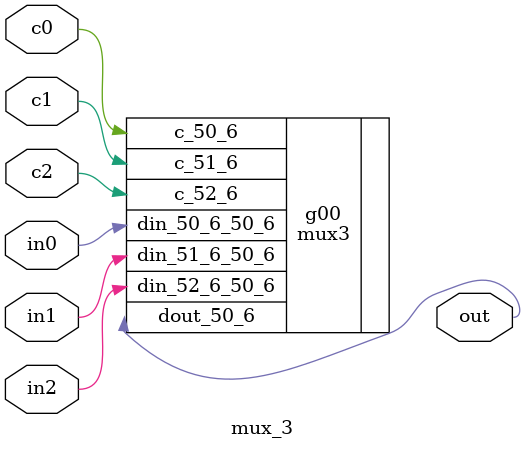
<source format=v>
module mux_3 (
    c0, c1, c2, 
    in0, in1, in2, 
    out
);

    input c0, c1, c2, 
        in0, in1, in2;
    output out;

    mux3 g00 (.c_50_6(c0), .c_51_6(c1), .c_52_6(c2), .din_50_6_50_6(in0), .din_51_6_50_6(in1), .din_52_6_50_6(in2), .dout_50_6(out));

endmodule

</source>
